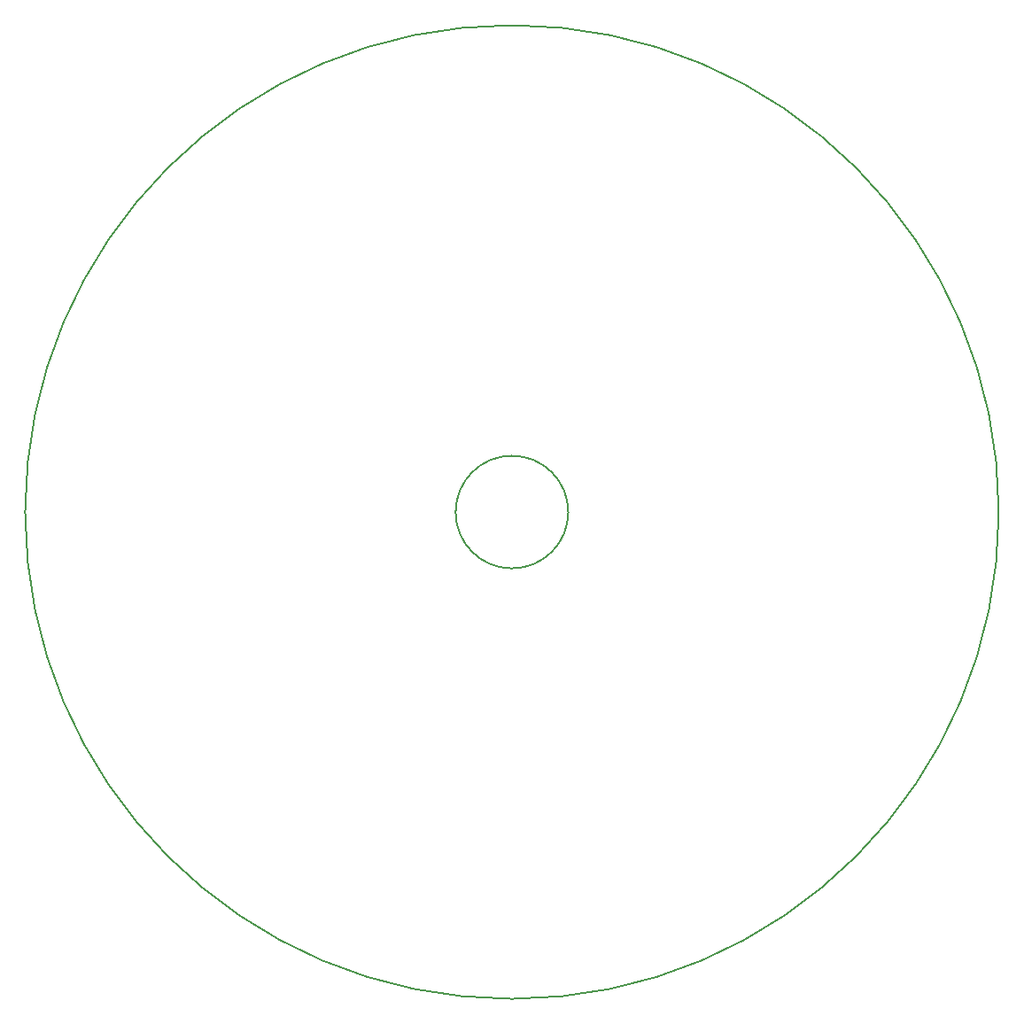
<source format=gbr>
G04 #@! TF.FileFunction,Profile,NP*
%FSLAX46Y46*%
G04 Gerber Fmt 4.6, Leading zero omitted, Abs format (unit mm)*
G04 Created by KiCad (PCBNEW 4.0.7) date 2018 May 07, Monday 10:52:03*
%MOMM*%
%LPD*%
G01*
G04 APERTURE LIST*
%ADD10C,0.100000*%
%ADD11C,0.150000*%
G04 APERTURE END LIST*
D10*
D11*
X159817165Y-90424000D02*
G75*
G03X159817165Y-90424000I-5385165J0D01*
G01*
X200959626Y-90424000D02*
G75*
G03X200959626Y-90424000I-46527626J0D01*
G01*
M02*

</source>
